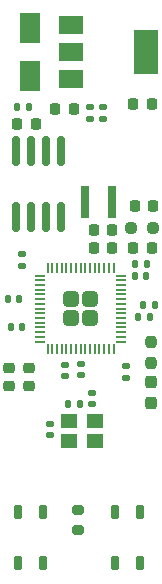
<source format=gbr>
%TF.GenerationSoftware,KiCad,Pcbnew,(6.0.11)*%
%TF.CreationDate,2024-08-13T15:35:31-05:00*%
%TF.ProjectId,PicoAlt,5069636f-416c-4742-9e6b-696361645f70,rev?*%
%TF.SameCoordinates,Original*%
%TF.FileFunction,Paste,Top*%
%TF.FilePolarity,Positive*%
%FSLAX46Y46*%
G04 Gerber Fmt 4.6, Leading zero omitted, Abs format (unit mm)*
G04 Created by KiCad (PCBNEW (6.0.11)) date 2024-08-13 15:35:31*
%MOMM*%
%LPD*%
G01*
G04 APERTURE LIST*
G04 Aperture macros list*
%AMRoundRect*
0 Rectangle with rounded corners*
0 $1 Rounding radius*
0 $2 $3 $4 $5 $6 $7 $8 $9 X,Y pos of 4 corners*
0 Add a 4 corners polygon primitive as box body*
4,1,4,$2,$3,$4,$5,$6,$7,$8,$9,$2,$3,0*
0 Add four circle primitives for the rounded corners*
1,1,$1+$1,$2,$3*
1,1,$1+$1,$4,$5*
1,1,$1+$1,$6,$7*
1,1,$1+$1,$8,$9*
0 Add four rect primitives between the rounded corners*
20,1,$1+$1,$2,$3,$4,$5,0*
20,1,$1+$1,$4,$5,$6,$7,0*
20,1,$1+$1,$6,$7,$8,$9,0*
20,1,$1+$1,$8,$9,$2,$3,0*%
G04 Aperture macros list end*
%ADD10R,1.400000X1.200000*%
%ADD11RoundRect,0.140000X0.140000X0.170000X-0.140000X0.170000X-0.140000X-0.170000X0.140000X-0.170000X0*%
%ADD12RoundRect,0.135000X0.135000X0.185000X-0.135000X0.185000X-0.135000X-0.185000X0.135000X-0.185000X0*%
%ADD13RoundRect,0.225000X0.225000X0.250000X-0.225000X0.250000X-0.225000X-0.250000X0.225000X-0.250000X0*%
%ADD14RoundRect,0.237500X0.237500X-0.250000X0.237500X0.250000X-0.237500X0.250000X-0.237500X-0.250000X0*%
%ADD15RoundRect,0.135000X-0.185000X0.135000X-0.185000X-0.135000X0.185000X-0.135000X0.185000X0.135000X0*%
%ADD16RoundRect,0.140000X-0.170000X0.140000X-0.170000X-0.140000X0.170000X-0.140000X0.170000X0.140000X0*%
%ADD17RoundRect,0.225000X-0.225000X-0.250000X0.225000X-0.250000X0.225000X0.250000X-0.225000X0.250000X0*%
%ADD18RoundRect,0.249999X-0.395001X-0.395001X0.395001X-0.395001X0.395001X0.395001X-0.395001X0.395001X0*%
%ADD19RoundRect,0.050000X-0.387500X-0.050000X0.387500X-0.050000X0.387500X0.050000X-0.387500X0.050000X0*%
%ADD20RoundRect,0.050000X-0.050000X-0.387500X0.050000X-0.387500X0.050000X0.387500X-0.050000X0.387500X0*%
%ADD21RoundRect,0.200000X-0.275000X0.200000X-0.275000X-0.200000X0.275000X-0.200000X0.275000X0.200000X0*%
%ADD22R,2.000000X1.500000*%
%ADD23R,2.000000X3.800000*%
%ADD24RoundRect,0.140000X-0.140000X-0.170000X0.140000X-0.170000X0.140000X0.170000X-0.140000X0.170000X0*%
%ADD25R,0.800000X2.700000*%
%ADD26R,1.800000X2.500000*%
%ADD27RoundRect,0.237500X0.250000X0.237500X-0.250000X0.237500X-0.250000X-0.237500X0.250000X-0.237500X0*%
%ADD28RoundRect,0.162500X0.162500X-0.437500X0.162500X0.437500X-0.162500X0.437500X-0.162500X-0.437500X0*%
%ADD29RoundRect,0.237500X0.237500X-0.287500X0.237500X0.287500X-0.237500X0.287500X-0.237500X-0.287500X0*%
%ADD30RoundRect,0.150000X0.150000X-1.125000X0.150000X1.125000X-0.150000X1.125000X-0.150000X-1.125000X0*%
%ADD31RoundRect,0.135000X0.185000X-0.135000X0.185000X0.135000X-0.185000X0.135000X-0.185000X-0.135000X0*%
%ADD32RoundRect,0.140000X0.170000X-0.140000X0.170000X0.140000X-0.170000X0.140000X-0.170000X-0.140000X0*%
%ADD33RoundRect,0.225000X-0.250000X0.225000X-0.250000X-0.225000X0.250000X-0.225000X0.250000X0.225000X0*%
G04 APERTURE END LIST*
D10*
%TO.C,Y1*%
X147720000Y-116650000D03*
X149920000Y-116650000D03*
X149920000Y-114950000D03*
X147720000Y-114950000D03*
%TD*%
D11*
%TO.C,C13*%
X143710000Y-106980000D03*
X142750000Y-106980000D03*
%TD*%
D12*
%TO.C,R9*%
X144274000Y-88392000D03*
X143254000Y-88392000D03*
%TD*%
D13*
%TO.C,C12*%
X154685000Y-88150000D03*
X153135000Y-88150000D03*
%TD*%
D14*
%TO.C,R1*%
X154630000Y-110042500D03*
X154630000Y-108217500D03*
%TD*%
D15*
%TO.C,R3*%
X150600000Y-88330000D03*
X150600000Y-89350000D03*
%TD*%
D16*
%TO.C,C1*%
X152500000Y-110330000D03*
X152500000Y-111290000D03*
%TD*%
D17*
%TO.C,C10*%
X149805000Y-98790000D03*
X151355000Y-98790000D03*
%TD*%
D18*
%TO.C,U3*%
X147870000Y-106230000D03*
X149470000Y-106230000D03*
X149470000Y-104630000D03*
X147870000Y-104630000D03*
D19*
X145220000Y-102630000D03*
X145220000Y-103030000D03*
X145220000Y-103430000D03*
X145220000Y-103830000D03*
X145220000Y-104230000D03*
X145220000Y-104630000D03*
X145220000Y-105030000D03*
X145220000Y-105430000D03*
X145220000Y-105830000D03*
X145220000Y-106230000D03*
X145220000Y-106630000D03*
X145220000Y-107030000D03*
X145220000Y-107430000D03*
X145220000Y-107830000D03*
X145220000Y-108230000D03*
D20*
X145870000Y-108880000D03*
X146270000Y-108880000D03*
X146670000Y-108880000D03*
X147070000Y-108880000D03*
X147470000Y-108880000D03*
X147870000Y-108880000D03*
X148270000Y-108880000D03*
X148670000Y-108880000D03*
X149070000Y-108880000D03*
X149470000Y-108880000D03*
X149870000Y-108880000D03*
X150270000Y-108880000D03*
X150670000Y-108880000D03*
X151070000Y-108880000D03*
X151470000Y-108880000D03*
D19*
X152120000Y-108230000D03*
X152120000Y-107830000D03*
X152120000Y-107430000D03*
X152120000Y-107030000D03*
X152120000Y-106630000D03*
X152120000Y-106230000D03*
X152120000Y-105830000D03*
X152120000Y-105430000D03*
X152120000Y-105030000D03*
X152120000Y-104630000D03*
X152120000Y-104230000D03*
X152120000Y-103830000D03*
X152120000Y-103430000D03*
X152120000Y-103030000D03*
X152120000Y-102630000D03*
D20*
X151470000Y-101980000D03*
X151070000Y-101980000D03*
X150670000Y-101980000D03*
X150270000Y-101980000D03*
X149870000Y-101980000D03*
X149470000Y-101980000D03*
X149070000Y-101980000D03*
X148670000Y-101980000D03*
X148270000Y-101980000D03*
X147870000Y-101980000D03*
X147470000Y-101980000D03*
X147070000Y-101980000D03*
X146670000Y-101980000D03*
X146270000Y-101980000D03*
X145870000Y-101980000D03*
%TD*%
D21*
%TO.C,R6*%
X148450000Y-122490000D03*
X148450000Y-124140000D03*
%TD*%
D22*
%TO.C,U1*%
X147880000Y-81430000D03*
X147880000Y-83730000D03*
D23*
X154180000Y-83730000D03*
D22*
X147880000Y-86030000D03*
%TD*%
D13*
%TO.C,C4*%
X148075000Y-88500000D03*
X146525000Y-88500000D03*
%TD*%
D24*
%TO.C,C19*%
X153970000Y-105090000D03*
X154930000Y-105090000D03*
%TD*%
D25*
%TO.C,L1*%
X151350000Y-96370000D03*
X149050000Y-96370000D03*
%TD*%
D26*
%TO.C,D2*%
X144400000Y-85710000D03*
X144400000Y-81710000D03*
%TD*%
D27*
%TO.C,R7*%
X154802500Y-98610000D03*
X152977500Y-98610000D03*
%TD*%
D12*
%TO.C,R5*%
X148610000Y-113540000D03*
X147590000Y-113540000D03*
%TD*%
D28*
%TO.C,SW1*%
X151565000Y-126970000D03*
X151565000Y-122670000D03*
X153715000Y-122670000D03*
X153715000Y-126970000D03*
%TD*%
D29*
%TO.C,D1*%
X154630000Y-113435000D03*
X154630000Y-111685000D03*
%TD*%
D24*
%TO.C,C8*%
X153280000Y-102640000D03*
X154240000Y-102640000D03*
%TD*%
D17*
%TO.C,C14*%
X153149000Y-100330000D03*
X154699000Y-100330000D03*
%TD*%
%TO.C,C15*%
X143305000Y-89810000D03*
X144855000Y-89810000D03*
%TD*%
D13*
%TO.C,C18*%
X154805000Y-96760000D03*
X153255000Y-96760000D03*
%TD*%
D30*
%TO.C,U2*%
X143235000Y-97675000D03*
X144505000Y-97675000D03*
X145775000Y-97675000D03*
X147045000Y-97675000D03*
X147045000Y-92125000D03*
X145775000Y-92125000D03*
X144505000Y-92125000D03*
X143235000Y-92125000D03*
%TD*%
D31*
%TO.C,R4*%
X149480000Y-89350000D03*
X149480000Y-88330000D03*
%TD*%
D16*
%TO.C,C16*%
X146060000Y-115170000D03*
X146060000Y-116130000D03*
%TD*%
D32*
%TO.C,C2*%
X143700000Y-101810000D03*
X143700000Y-100850000D03*
%TD*%
D28*
%TO.C,SW2*%
X143375000Y-126960000D03*
X143375000Y-122660000D03*
X145525000Y-122660000D03*
X145525000Y-126960000D03*
%TD*%
D12*
%TO.C,R2*%
X154300000Y-101620000D03*
X153280000Y-101620000D03*
%TD*%
D11*
%TO.C,C3*%
X143460000Y-104580000D03*
X142500000Y-104580000D03*
%TD*%
D16*
%TO.C,C9*%
X147320000Y-110180000D03*
X147320000Y-111140000D03*
%TD*%
D33*
%TO.C,C5*%
X142650000Y-110425000D03*
X142650000Y-111975000D03*
%TD*%
D24*
%TO.C,C11*%
X153550000Y-106120000D03*
X154510000Y-106120000D03*
%TD*%
D16*
%TO.C,C17*%
X149630000Y-112580000D03*
X149630000Y-113540000D03*
%TD*%
D17*
%TO.C,C20*%
X149785000Y-100330000D03*
X151335000Y-100330000D03*
%TD*%
D33*
%TO.C,C6*%
X144280000Y-110435000D03*
X144280000Y-111985000D03*
%TD*%
D16*
%TO.C,C7*%
X148700000Y-110080000D03*
X148700000Y-111040000D03*
%TD*%
M02*

</source>
